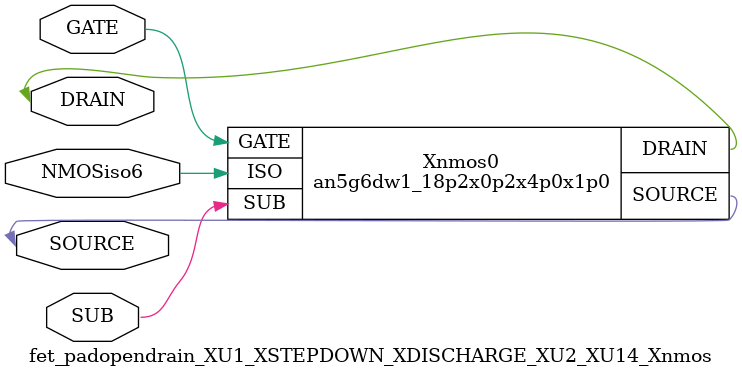
<source format=v>

module an5g6dw1_18p2x0p2x4p0x1p0 (DRAIN,GATE,SOURCE,ISO,SUB);
input GATE;
input ISO;
input SUB;
inout SOURCE;
inout DRAIN;
endmodule

//Celera Confidential Do Not Copy fet_padopendrain_XU1_XSTEPDOWN_XDISCHARGE_XU2_XU14_Xnmos
//Celera Confidential Symbol Generator
//power NMOS:Ron:100.000 Ohm
//Vgs 6V Vds 6V
//Kelvin:no

module fet_padopendrain_XU1_XSTEPDOWN_XDISCHARGE_XU2_XU14_Xnmos (GATE,SOURCE,DRAIN,NMOSiso6,SUB);
input GATE;
inout SOURCE;
inout DRAIN;
input NMOSiso6;
input SUB;

//Celera Confidential Do Not Copy an5g6dw1_18p2x0p2x4p0x1p0
an5g6dw1_18p2x0p2x4p0x1p0 Xnmos0(
.DRAIN (DRAIN),
.GATE (GATE),
.SOURCE (SOURCE),
.ISO (NMOSiso6),
.SUB (SUB)
);
//,diesize,an5g6dw1_18p2x0p2x4p0x1p0

//Celera Confidential Do Not Copy Module End
//Celera Schematic Generator
endmodule

</source>
